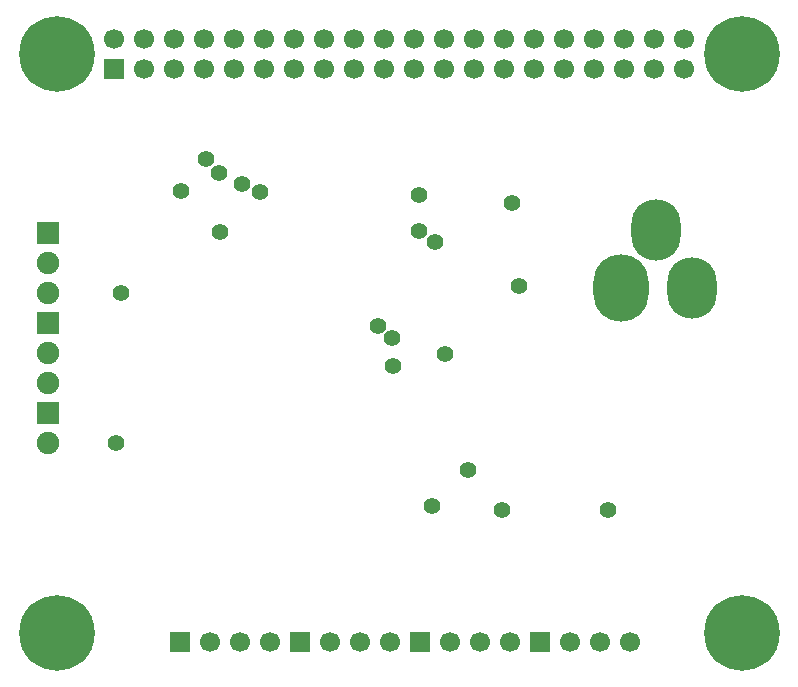
<source format=gbs>
%FSLAX44Y44*%
%MOMM*%
G71*
G01*
G75*
G04 Layer_Color=16711935*
%ADD10R,0.9000X0.7000*%
%ADD11R,0.6500X1.1000*%
%ADD12O,0.6000X2.2000*%
%ADD13R,0.8000X0.9000*%
%ADD14R,0.7000X0.9000*%
%ADD15O,0.6000X1.9000*%
%ADD16R,0.6000X1.1500*%
%ADD17R,1.1500X0.6000*%
%ADD18R,0.9000X0.8000*%
G04:AMPARAMS|DCode=19|XSize=1.9mm|YSize=3.2mm|CornerRadius=0mm|HoleSize=0mm|Usage=FLASHONLY|Rotation=90.000|XOffset=0mm|YOffset=0mm|HoleType=Round|Shape=Octagon|*
%AMOCTAGOND19*
4,1,8,-1.6000,-0.4750,-1.6000,0.4750,-1.1250,0.9500,1.1250,0.9500,1.6000,0.4750,1.6000,-0.4750,1.1250,-0.9500,-1.1250,-0.9500,-1.6000,-0.4750,0.0*
%
%ADD19OCTAGOND19*%

%ADD20R,1.4000X0.6000*%
%ADD21R,1.8000X0.6000*%
%ADD22R,1.2000X1.4000*%
%ADD23C,0.5000*%
%ADD24C,0.2500*%
%ADD25C,1.5000*%
%ADD26R,1.5000X1.5000*%
%ADD27O,4.0000X5.0000*%
%ADD28O,4.5000X5.5000*%
%ADD29C,1.7000*%
%ADD30R,1.7000X1.7000*%
%ADD31C,6.2000*%
%ADD32C,1.2000*%
%ADD33C,0.2000*%
%ADD34C,0.3000*%
%ADD35R,1.1000X0.9000*%
%ADD36R,0.8500X1.3000*%
%ADD37O,0.8000X2.4000*%
%ADD38R,1.0000X1.1000*%
%ADD39R,0.9000X1.1000*%
%ADD40O,0.8000X2.1000*%
%ADD41R,0.8000X1.3500*%
%ADD42R,1.3500X0.8000*%
%ADD43R,1.1000X1.0000*%
G04:AMPARAMS|DCode=44|XSize=2.1mm|YSize=3.4mm|CornerRadius=0mm|HoleSize=0mm|Usage=FLASHONLY|Rotation=90.000|XOffset=0mm|YOffset=0mm|HoleType=Round|Shape=Octagon|*
%AMOCTAGOND44*
4,1,8,-1.7000,-0.5250,-1.7000,0.5250,-1.1750,1.0500,1.1750,1.0500,1.7000,0.5250,1.7000,-0.5250,1.1750,-1.0500,-1.1750,-1.0500,-1.7000,-0.5250,0.0*
%
%ADD44OCTAGOND44*%

%ADD45R,1.6000X0.8000*%
%ADD46R,2.0000X0.8000*%
%ADD47R,1.4000X1.6000*%
%ADD48R,1.7000X1.7000*%
%ADD49O,4.2000X5.2000*%
%ADD50O,4.7000X5.7000*%
%ADD51C,1.9000*%
%ADD52R,1.9000X1.9000*%
%ADD53C,6.4000*%
%ADD54C,1.4000*%
D29*
X916300Y772700D02*
D03*
Y747300D02*
D03*
X890900Y772700D02*
D03*
Y747300D02*
D03*
X865500Y772700D02*
D03*
Y747300D02*
D03*
X840100Y772700D02*
D03*
Y747300D02*
D03*
X814700Y772700D02*
D03*
Y747300D02*
D03*
X789300Y772700D02*
D03*
Y747300D02*
D03*
X763900Y772700D02*
D03*
Y747300D02*
D03*
X738500Y772700D02*
D03*
Y747300D02*
D03*
X713100Y772700D02*
D03*
Y747300D02*
D03*
X687700Y772700D02*
D03*
Y747300D02*
D03*
X662300Y772700D02*
D03*
Y747300D02*
D03*
X636900Y772700D02*
D03*
Y747300D02*
D03*
X611500Y772700D02*
D03*
Y747300D02*
D03*
X586100Y772700D02*
D03*
Y747300D02*
D03*
X560700Y772700D02*
D03*
Y747300D02*
D03*
X535300Y772700D02*
D03*
Y747300D02*
D03*
X509900Y772700D02*
D03*
Y747300D02*
D03*
X484500Y772700D02*
D03*
Y747300D02*
D03*
X459100Y772700D02*
D03*
Y747300D02*
D03*
X433700Y772700D02*
D03*
X819700Y262300D02*
D03*
X845100D02*
D03*
X870500D02*
D03*
X718100D02*
D03*
X743500D02*
D03*
X768900D02*
D03*
X616500D02*
D03*
X641900D02*
D03*
X667300D02*
D03*
X514900D02*
D03*
X540300D02*
D03*
X565700D02*
D03*
D48*
X433700Y747300D02*
D03*
X794300Y262300D02*
D03*
X692700D02*
D03*
X591100D02*
D03*
X489500D02*
D03*
D49*
X923000Y562000D02*
D03*
X892500Y611000D02*
D03*
D50*
X863000Y562000D02*
D03*
D51*
X377300Y481900D02*
D03*
Y507300D02*
D03*
Y431100D02*
D03*
Y558100D02*
D03*
Y583500D02*
D03*
D52*
Y532700D02*
D03*
Y456500D02*
D03*
Y608900D02*
D03*
D53*
X965000Y760000D02*
D03*
X385000D02*
D03*
X965000Y270000D02*
D03*
X385000D02*
D03*
D54*
X510999Y670999D02*
D03*
X489999Y643999D02*
D03*
X522559Y659439D02*
D03*
X541999Y649999D02*
D03*
X713999Y505999D02*
D03*
X656999Y529999D02*
D03*
X668999Y519999D02*
D03*
X691999Y640999D02*
D03*
Y609999D02*
D03*
X852000Y374000D02*
D03*
X762000D02*
D03*
X776000Y564000D02*
D03*
X435000Y431000D02*
D03*
X557000Y643000D02*
D03*
X523000Y609000D02*
D03*
X703000Y377000D02*
D03*
X770050Y634050D02*
D03*
X669999Y495999D02*
D03*
X733000Y408000D02*
D03*
X705000Y601000D02*
D03*
X439000Y558000D02*
D03*
M02*

</source>
